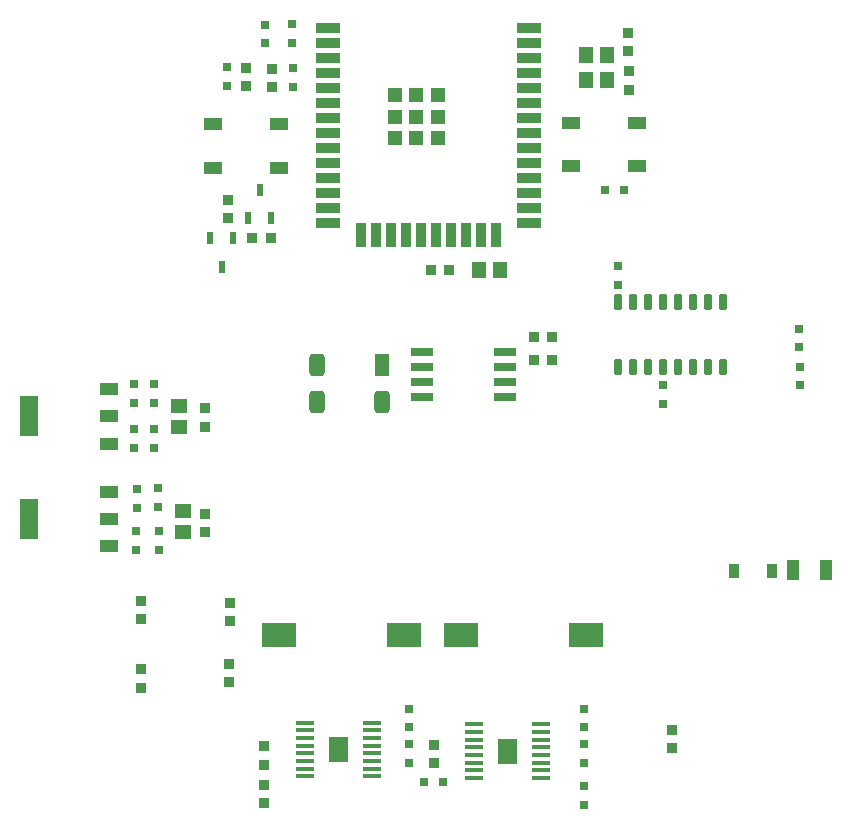
<source format=gtp>
G04*
G04 #@! TF.GenerationSoftware,Altium Limited,Altium Designer,23.9.2 (47)*
G04*
G04 Layer_Color=8421504*
%FSLAX44Y44*%
%MOMM*%
G71*
G04*
G04 #@! TF.SameCoordinates,B0C4C809-8F89-4942-82D6-759F1D8726B9*
G04*
G04*
G04 #@! TF.FilePolarity,Positive*
G04*
G01*
G75*
G04:AMPARAMS|DCode=19|XSize=1.57mm|YSize=0.41mm|CornerRadius=0.0513mm|HoleSize=0mm|Usage=FLASHONLY|Rotation=0.000|XOffset=0mm|YOffset=0mm|HoleType=Round|Shape=RoundedRectangle|*
%AMROUNDEDRECTD19*
21,1,1.5700,0.3075,0,0,0.0*
21,1,1.4675,0.4100,0,0,0.0*
1,1,0.1025,0.7338,-0.1538*
1,1,0.1025,-0.7338,-0.1538*
1,1,0.1025,-0.7338,0.1538*
1,1,0.1025,0.7338,0.1538*
%
%ADD19ROUNDEDRECTD19*%
%ADD20R,3.0000X2.0000*%
%ADD21R,1.3000X1.3000*%
%ADD22R,1.3000X1.3000*%
%ADD23R,2.0000X0.9000*%
%ADD24R,0.9000X2.0000*%
G04:AMPARAMS|DCode=25|XSize=1.3mm|YSize=1.9mm|CornerRadius=0.325mm|HoleSize=0mm|Usage=FLASHONLY|Rotation=180.000|XOffset=0mm|YOffset=0mm|HoleType=Round|Shape=RoundedRectangle|*
%AMROUNDEDRECTD25*
21,1,1.3000,1.2500,0,0,180.0*
21,1,0.6500,1.9000,0,0,180.0*
1,1,0.6500,-0.3250,0.6250*
1,1,0.6500,0.3250,0.6250*
1,1,0.6500,0.3250,-0.6250*
1,1,0.6500,-0.3250,-0.6250*
%
%ADD25ROUNDEDRECTD25*%
%ADD26R,1.3000X1.9000*%
%ADD27R,0.8500X0.8500*%
%ADD28R,1.6000X1.0000*%
%ADD29R,1.4700X1.1600*%
%ADD30R,1.1600X1.4700*%
%ADD31R,0.8500X0.8500*%
G04:AMPARAMS|DCode=32|XSize=1.31mm|YSize=0.62mm|CornerRadius=0.0775mm|HoleSize=0mm|Usage=FLASHONLY|Rotation=90.000|XOffset=0mm|YOffset=0mm|HoleType=Round|Shape=RoundedRectangle|*
%AMROUNDEDRECTD32*
21,1,1.3100,0.4650,0,0,90.0*
21,1,1.1550,0.6200,0,0,90.0*
1,1,0.1550,0.2325,0.5775*
1,1,0.1550,0.2325,-0.5775*
1,1,0.1550,-0.2325,-0.5775*
1,1,0.1550,-0.2325,0.5775*
%
%ADD32ROUNDEDRECTD32*%
%ADD33R,0.8000X0.8000*%
%ADD34R,1.0000X1.8000*%
%ADD35R,0.9100X1.2200*%
%ADD36R,0.8000X0.8000*%
G04:AMPARAMS|DCode=37|XSize=1.9mm|YSize=0.61mm|CornerRadius=0.0458mm|HoleSize=0mm|Usage=FLASHONLY|Rotation=180.000|XOffset=0mm|YOffset=0mm|HoleType=Round|Shape=RoundedRectangle|*
%AMROUNDEDRECTD37*
21,1,1.9000,0.5185,0,0,180.0*
21,1,1.8085,0.6100,0,0,180.0*
1,1,0.0915,-0.9043,0.2592*
1,1,0.0915,0.9043,0.2592*
1,1,0.0915,0.9043,-0.2592*
1,1,0.0915,-0.9043,-0.2592*
%
%ADD37ROUNDEDRECTD37*%
%ADD38R,1.5500X3.4500*%
%ADD39R,1.5500X1.1000*%
%ADD40R,1.5500X1.1000*%
%ADD41R,0.6000X1.1000*%
G36*
X-67946Y-309200D02*
X-83946D01*
Y-287700D01*
X-67946D01*
Y-309200D01*
D02*
G37*
G36*
X75308Y-310730D02*
X59308D01*
Y-289230D01*
X75308D01*
Y-310730D01*
D02*
G37*
D19*
X96008Y-277230D02*
D03*
Y-283730D02*
D03*
Y-290230D02*
D03*
Y-296730D02*
D03*
Y-303230D02*
D03*
Y-309730D02*
D03*
Y-316230D02*
D03*
Y-322730D02*
D03*
X38608D02*
D03*
Y-316230D02*
D03*
Y-309730D02*
D03*
Y-303230D02*
D03*
Y-296730D02*
D03*
Y-290230D02*
D03*
Y-283730D02*
D03*
Y-277230D02*
D03*
X-104646Y-275700D02*
D03*
Y-282200D02*
D03*
Y-288700D02*
D03*
Y-295200D02*
D03*
Y-301700D02*
D03*
Y-308200D02*
D03*
Y-314700D02*
D03*
Y-321200D02*
D03*
X-47246D02*
D03*
Y-314700D02*
D03*
Y-308200D02*
D03*
Y-301700D02*
D03*
Y-295200D02*
D03*
Y-288700D02*
D03*
Y-282200D02*
D03*
Y-275700D02*
D03*
D20*
X28026Y-201168D02*
D03*
X134026D02*
D03*
X-20660D02*
D03*
X-126660D02*
D03*
D21*
X8143Y255849D02*
D03*
X8440Y237420D02*
D03*
X-9910D02*
D03*
X-28260D02*
D03*
X8143Y218991D02*
D03*
D22*
X-10207Y255849D02*
D03*
X-28260Y255770D02*
D03*
Y219070D02*
D03*
X-10207Y218991D02*
D03*
D23*
X-84910Y312420D02*
D03*
D03*
Y299720D02*
D03*
Y287020D02*
D03*
Y274320D02*
D03*
Y261620D02*
D03*
Y248920D02*
D03*
Y236220D02*
D03*
Y223520D02*
D03*
Y210820D02*
D03*
Y198120D02*
D03*
Y185420D02*
D03*
Y172720D02*
D03*
Y160020D02*
D03*
Y147320D02*
D03*
X85090D02*
D03*
D03*
Y160020D02*
D03*
Y172720D02*
D03*
Y185420D02*
D03*
Y198120D02*
D03*
Y210820D02*
D03*
Y223520D02*
D03*
Y236220D02*
D03*
Y248920D02*
D03*
Y287020D02*
D03*
Y299720D02*
D03*
Y312420D02*
D03*
Y274320D02*
D03*
Y261620D02*
D03*
D24*
X-57060Y137320D02*
D03*
D03*
X-44360D02*
D03*
X-31660D02*
D03*
X-18960D02*
D03*
X-6260D02*
D03*
X6440D02*
D03*
X19140D02*
D03*
X31840D02*
D03*
X44540D02*
D03*
X57240D02*
D03*
D25*
X-94048Y27430D02*
D03*
Y-4570D02*
D03*
X-39048D02*
D03*
D26*
Y27430D02*
D03*
D27*
X-138684Y-295780D02*
D03*
Y-311280D02*
D03*
X206248Y-297056D02*
D03*
Y-281556D02*
D03*
X-138684Y-343792D02*
D03*
Y-328292D02*
D03*
X-188976Y-114176D02*
D03*
X-189230Y-9522D02*
D03*
X169164Y308486D02*
D03*
X169672Y260090D02*
D03*
Y275590D02*
D03*
X4572Y-310264D02*
D03*
Y-294764D02*
D03*
X-168148Y-189868D02*
D03*
Y-174368D02*
D03*
X-168910Y-241306D02*
D03*
Y-225806D02*
D03*
X-188976Y-98676D02*
D03*
X-189230Y-25022D02*
D03*
X-242824Y-246132D02*
D03*
Y-230632D02*
D03*
X-243078Y-188090D02*
D03*
Y-172590D02*
D03*
X169164Y292986D02*
D03*
X-132588Y278006D02*
D03*
Y262506D02*
D03*
X-153924Y263138D02*
D03*
Y278638D02*
D03*
X-169164Y167008D02*
D03*
Y151508D02*
D03*
D28*
X176904Y195326D02*
D03*
X120904D02*
D03*
X176904Y232326D02*
D03*
X120904D02*
D03*
X-125864Y193886D02*
D03*
X-181864D02*
D03*
X-125864Y230886D02*
D03*
X-181864D02*
D03*
D29*
X-211074Y-25410D02*
D03*
Y-7610D02*
D03*
X-207264Y-114056D02*
D03*
Y-96256D02*
D03*
D30*
X60716Y107442D02*
D03*
X133604Y289814D02*
D03*
X133848Y268732D02*
D03*
X42916Y107442D02*
D03*
X151404Y289814D02*
D03*
X151648Y268732D02*
D03*
D31*
X17910Y107442D02*
D03*
X89532Y30988D02*
D03*
X105032D02*
D03*
Y51054D02*
D03*
X89532D02*
D03*
X-133220Y134620D02*
D03*
X-148720D02*
D03*
X2410Y107442D02*
D03*
D32*
X224282Y25078D02*
D03*
X211582D02*
D03*
X173482D02*
D03*
X198882Y80078D02*
D03*
X160782Y25078D02*
D03*
X186182D02*
D03*
X198882D02*
D03*
X186182Y80078D02*
D03*
X211582D02*
D03*
X224282D02*
D03*
X249682D02*
D03*
X236982Y25078D02*
D03*
Y80078D02*
D03*
X249682Y25078D02*
D03*
X173482Y80078D02*
D03*
X160782D02*
D03*
D33*
X-16510Y-263780D02*
D03*
Y-279780D02*
D03*
X198882Y9778D02*
D03*
Y-6222D02*
D03*
X313944Y41910D02*
D03*
Y57910D02*
D03*
X314706Y25780D02*
D03*
Y9780D02*
D03*
X132080Y-279780D02*
D03*
Y-263780D02*
D03*
Y-293498D02*
D03*
Y-309498D02*
D03*
X132334Y-345058D02*
D03*
Y-329058D02*
D03*
X-16510Y-293498D02*
D03*
Y-309498D02*
D03*
X160782Y95124D02*
D03*
Y111124D02*
D03*
X-247142Y-129412D02*
D03*
Y-113412D02*
D03*
X-227584Y-129412D02*
D03*
Y-113412D02*
D03*
X-246888Y-93852D02*
D03*
Y-77852D02*
D03*
X-249174Y-43052D02*
D03*
Y-27052D02*
D03*
X-249428Y10794D02*
D03*
Y-5206D02*
D03*
X-232410Y10794D02*
D03*
Y-5206D02*
D03*
X-231902Y-43306D02*
D03*
Y-27306D02*
D03*
X-228600Y-93344D02*
D03*
Y-77344D02*
D03*
X-114808Y278510D02*
D03*
Y262510D02*
D03*
X-170434Y263018D02*
D03*
Y279018D02*
D03*
X-115570Y315466D02*
D03*
Y299466D02*
D03*
X-138430Y315340D02*
D03*
Y299340D02*
D03*
D34*
X336580Y-146812D02*
D03*
X308580D02*
D03*
D35*
X258707Y-147066D02*
D03*
X291457D02*
D03*
D36*
X12826Y-325628D02*
D03*
X-3174D02*
D03*
X149480Y175006D02*
D03*
X165480D02*
D03*
D37*
X64768Y38354D02*
D03*
Y25654D02*
D03*
Y12954D02*
D03*
Y254D02*
D03*
X-5332D02*
D03*
Y12954D02*
D03*
Y25654D02*
D03*
Y38354D02*
D03*
D38*
X-337534Y-16510D02*
D03*
Y-103124D02*
D03*
D39*
X-270034Y6490D02*
D03*
Y-16510D02*
D03*
Y-80124D02*
D03*
Y-103124D02*
D03*
D40*
Y-39510D02*
D03*
Y-126124D02*
D03*
D41*
X-142748Y175322D02*
D03*
X-133248Y151322D02*
D03*
X-152248D02*
D03*
X-174752Y110428D02*
D03*
X-184252Y134428D02*
D03*
X-165252D02*
D03*
M02*

</source>
